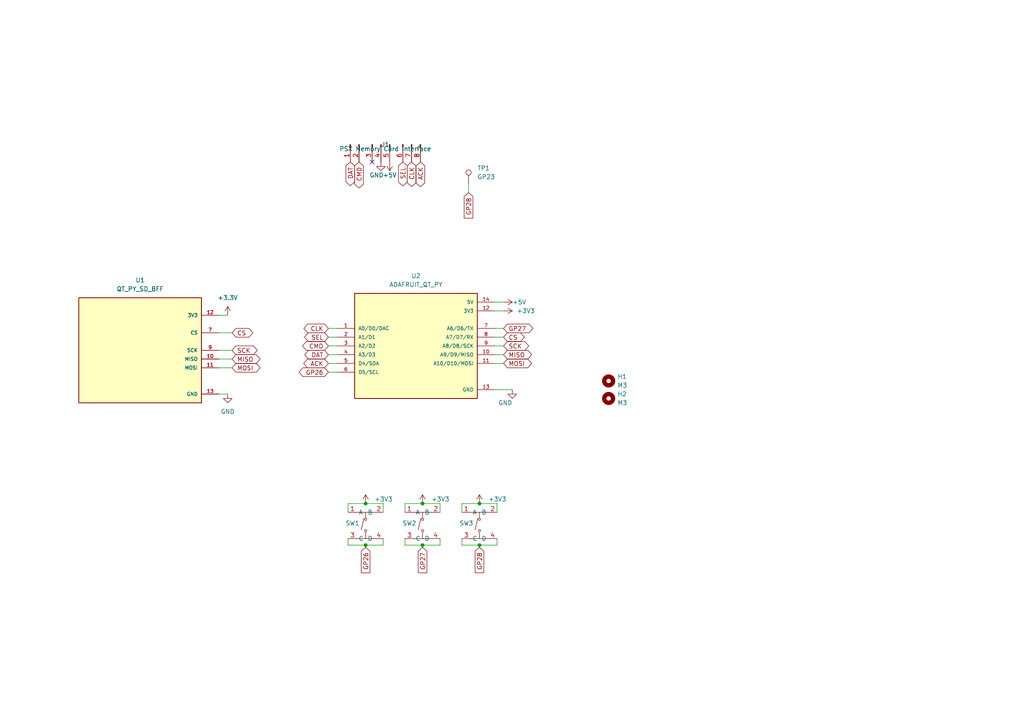
<source format=kicad_sch>
(kicad_sch (version 20230121) (generator eeschema)
  (paper "A4")
  (title_block (title "Adafruit QT Py RP2040 PicoMemcard") (date "2023-08-27") (rev "1.0") (company "All Around Electronics, LLC.") (comment 1 "Changed RP2040-Zero to Adafruit QT Py RP 2040") (comment 2 "Changed MicroSD SPI to the Adafruit QT Py BFF MicroSD Backpack"))
  (lib_symbols
    (symbol "+3.3V_1" (power) (pin_names (offset 0))
      (property "Value" "+3.3V_1" (at 0 3.556 0))
      (symbol "+3.3V_1_0_1"
        (polyline (pts (xy -0.762 1.27) (xy 0 2.54)))
        (polyline (pts (xy 0 0) (xy 0 2.54)))
        (polyline (pts (xy 0 2.54) (xy 0.762 1.27)))
      )
      (symbol "+3.3V_1_1_1"
        (pin power_in line (at 0 0 90) (length 0) hide (name "+3.3V") (number "1"))
      )
    )
    (symbol "ADAFRUIT_QT_PY:ADAFRUIT_QT_PY" (pin_names (offset 1.016))
      (property "Reference" "U" (at -17.78 16.002 0))
      (property "Value" "ADAFRUIT_QT_PY" (at -17.78 -17.78 0))
      (symbol "ADAFRUIT_QT_PY_0_0"
        (rectangle (start -17.78 15.24) (end 17.78 -15.24) (stroke (width 0.254)) (fill (type background)))
        (pin bidirectional line (at -22.86 5.08 0) (length 5.08) (name "A0/D0/DAC") (number "1"))
        (pin bidirectional line (at 22.86 -2.54 180) (length 5.08) (name "A9/D9/MISO") (number "10"))
        (pin bidirectional line (at 22.86 -5.08 180) (length 5.08) (name "A10/D10/MOSI") (number "11"))
        (pin power_in line (at 22.86 10.16 180) (length 5.08) (name "3V3") (number "12"))
        (pin power_in line (at 22.86 -12.7 180) (length 5.08) (name "GND") (number "13"))
        (pin power_in line (at 22.86 12.7 180) (length 5.08) (name "5V") (number "14"))
        (pin bidirectional line (at -22.86 2.54 0) (length 5.08) (name "A1/D1") (number "2"))
        (pin bidirectional line (at -22.86 0 0) (length 5.08) (name "A2/D2") (number "3"))
        (pin bidirectional line (at -22.86 -2.54 0) (length 5.08) (name "A3/D3") (number "4"))
        (pin bidirectional line (at -22.86 -5.08 0) (length 5.08) (name "D4/SDA") (number "5"))
        (pin bidirectional line (at -22.86 -7.62 0) (length 5.08) (name "D5/SCL") (number "6"))
        (pin bidirectional line (at 22.86 5.08 180) (length 5.08) (name "A6/D6/TX") (number "7"))
        (pin bidirectional line (at 22.86 2.54 180) (length 5.08) (name "A7/D7/RX") (number "8"))
        (pin bidirectional line (at 22.86 0 180) (length 5.08) (name "A8/D8/SCK") (number "9"))
      )
    )
    (symbol "ADAFRUIT_QT_PY_BFF:QT_PY_SD_BFF" (pin_names (offset 1.016))
      (property "Reference" "U" (at -17.78 16.002 0))
      (property "Value" "QT_PY_SD_BFF" (at -17.78 -17.78 0))
      (symbol "QT_PY_SD_BFF_0_0"
        (rectangle (start -17.78 15.24) (end 17.78 -15.24) (stroke (width 0.254)) (fill (type background)))
        (pin power_in line (at 22.86 10.16 180) (length 5.08) (name "3V3") (number "12"))
        (pin power_in line (at 22.86 -12.7 180) (length 5.08) (name "GND") (number "13"))
      )
      (symbol "QT_PY_SD_BFF_1_0"
        (pin bidirectional line (at 22.86 -2.54 180) (length 5.08) (name "MISO") (number "10"))
        (pin bidirectional line (at 22.86 -5.08 180) (length 5.08) (name "MOSI") (number "11"))
        (pin bidirectional line (at 22.86 5.08 180) (length 5.08) (name "CS") (number "7"))
        (pin bidirectional line (at 22.86 0 180) (length 5.08) (name "SCK") (number "9"))
      )
    )
    (symbol "Connector:Conn_01x08_Male" (pin_names (offset 1.016) hide)
      (property "Reference" "J1" (at 0 1.27 90))
      (property "Value" "PSX Memory Card Interface" (at 1.27 1.27 90))
      (symbol "Conn_01x08_Male_1_1"
        (polyline (pts (xy 1.27 -8.89) (xy 0.8636 -8.89)) (stroke (width 0.1524)))
        (polyline (pts (xy 1.27 -6.35) (xy 0.8636 -6.35)) (stroke (width 0.1524)))
        (polyline (pts (xy 1.27 -2.54) (xy 0.8636 -2.54)) (stroke (width 0.1524)))
        (polyline (pts (xy 1.27 0) (xy 0.8636 0)) (stroke (width 0.1524)))
        (polyline (pts (xy 1.27 2.54) (xy 0.8636 2.54)) (stroke (width 0.1524)))
        (polyline (pts (xy 1.27 6.35) (xy 0.8636 6.35)) (stroke (width 0.1524)))
        (polyline (pts (xy 1.27 8.89) (xy 0.8636 8.89)) (stroke (width 0.1524)))
        (polyline (pts (xy 1.27 11.43) (xy 0.8636 11.43)) (stroke (width 0.1524)))
        (rectangle (start 0.8636 -8.763) (end 0 -9.017) (stroke (width 0.1524)) (fill (type outline)))
        (rectangle (start 0.8636 -6.223) (end 0 -6.477) (stroke (width 0.1524)) (fill (type outline)))
        (rectangle (start 0.8636 -2.413) (end 0 -2.667) (stroke (width 0.1524)) (fill (type outline)))
        (rectangle (start 0.8636 0.127) (end 0 -0.127) (stroke (width 0.1524)) (fill (type outline)))
        (rectangle (start 0.8636 2.667) (end 0 2.413) (stroke (width 0.1524)) (fill (type outline)))
        (rectangle (start 0.8636 6.477) (end 0 6.223) (stroke (width 0.1524)) (fill (type outline)))
        (rectangle (start 0.8636 9.017) (end 0 8.763) (stroke (width 0.1524)) (fill (type outline)))
        (rectangle (start 0.8636 11.557) (end 0 11.303) (stroke (width 0.1524)) (fill (type outline)))
        (pin tri_state line (at 5.08 -8.89 180) (length 3.81) (name "DAT") (number "1"))
        (pin output line (at 5.08 -6.35 180) (length 3.81) (name "CMD") (number "2"))
        (pin power_out line (at 5.08 -2.54 180) (length 3.81) (name "7.5V") (number "3"))
        (pin passive line (at 5.08 0 180) (length 3.81) (name "GND") (number "4"))
        (pin power_out line (at 5.08 2.54 180) (length 3.81) (name "5V") (number "5"))
        (pin output line (at 5.08 6.35 180) (length 3.81) (name "SEL") (number "6"))
        (pin output line (at 5.08 8.89 180) (length 3.81) (name "CLK") (number "7"))
        (pin output line (at 5.08 11.43 180) (length 3.81) (name "ACK") (number "8"))
      )
    )
    (symbol "Connector:TestPoint" (pin_numbers hide) (pin_names (offset 0.762) hide)
      (property "Reference" "TP" (at 0 6.858 0))
      (property "Value" "TestPoint" (at 0 5.08 0))
      (symbol "TestPoint_0_1"
        (circle (center 0 3.302) (radius 0.762))
      )
      (symbol "TestPoint_1_1"
        (pin passive line (at 0 0 90) (length 2.54) (name "1") (number "1"))
      )
    )
    (symbol "GND_1" (power) (pin_names (offset 0))
      (property "Value" "GND_1" (at 0 -3.81 0))
      (symbol "GND_1_0_1"
        (polyline (pts (xy 0 0) (xy 0 -1.27) (xy 1.27 -1.27) (xy 0 -2.54) (xy -1.27 -1.27) (xy 0 -1.27)))
      )
      (symbol "GND_1_1_1"
        (pin power_in line (at 0 0 270) (length 0) hide (name "GND") (number "1"))
      )
    )
    (symbol "Mechanical:MountingHole" (pin_names (offset 1.016))
      (property "Reference" "H" (at 0 5.08 0))
      (property "Value" "MountingHole" (at 0 3.175 0))
      (symbol "MountingHole_0_1"
        (circle (center 0 0) (radius 1.27) (stroke (width 1.27)))
      )
    )
    (symbol "easyeda2kicad:TS-1187A-B-A-B"
      (property "Reference" "SW?" (at 0 7.62 0))
      (property "Value" "TS-1187A-B-A-B" (at 0 -10.16 0))
      (symbol "TS-1187A-B-A-B_0_1"
        (circle (center 0 -2.79) (radius 0.32))
        (polyline (pts (xy -2.54 -5.08) (xy 2.54 -5.08)))
        (polyline (pts (xy -2.54 2.54) (xy 2.54 2.54)))
        (polyline (pts (xy -0.51 0.76) (xy -1.27 -2.54)))
        (polyline (pts (xy 0 -3.3) (xy 0 -5.08)))
        (polyline (pts (xy 0 0.76) (xy 0 2.54)))
        (circle (center 0 0.51) (radius 0.32))
        (pin passive line (at -5.08 2.54 0) (length 2.54) (name "A") (number "1"))
        (pin passive line (at 5.08 2.54 180) (length 2.54) (name "B") (number "2"))
        (pin passive line (at -5.08 -5.08 0) (length 2.54) (name "C") (number "3"))
        (pin passive line (at 5.08 -5.08 180) (length 2.54) (name "D") (number "4"))
      )
    )
    (symbol "power:+3.3V" (power) (pin_names (offset 0))
      (property "Value" "+3.3V" (at 0 3.556 0))
      (symbol "+3.3V_0_1"
        (polyline (pts (xy -0.762 1.27) (xy 0 2.54)))
        (polyline (pts (xy 0 0) (xy 0 2.54)))
        (polyline (pts (xy 0 2.54) (xy 0.762 1.27)))
      )
      (symbol "+3.3V_1_1"
        (pin power_in line (at 0 0 90) (length 0) hide (name "+3V3") (number "1"))
      )
    )
    (symbol "power:+5V" (power) (pin_names (offset 0))
      (property "Value" "+5V" (at 0 3.556 0))
      (symbol "+5V_0_1"
        (polyline (pts (xy -0.762 1.27) (xy 0 2.54)))
        (polyline (pts (xy 0 0) (xy 0 2.54)))
        (polyline (pts (xy 0 2.54) (xy 0.762 1.27)))
      )
      (symbol "+5V_1_1"
        (pin power_in line (at 0 0 90) (length 0) hide (name "+5V") (number "1"))
      )
    )
    (symbol "power:GND" (power) (pin_names (offset 0))
      (property "Value" "GND" (at 0 -3.81 0))
      (symbol "GND_0_1"
        (polyline (pts (xy 0 0) (xy 0 -1.27) (xy 1.27 -1.27) (xy 0 -2.54) (xy -1.27 -1.27) (xy 0 -1.27)))
      )
      (symbol "GND_1_1"
        (pin power_in line (at 0 0 270) (length 0) hide (name "GND") (number "1"))
      )
    )
  )
  (junction (at 106.045 146.05))
  (junction (at 139.065 146.05))
  (junction (at 122.555 158.115))
  (junction (at 122.555 146.05))
  (junction (at 139.065 158.115))
  (junction (at 106.045 158.115))
  (no_connect (at 107.95 46.99))
  (wire (pts (xy 143.51 90.17) (xy 146.05 90.17)))
  (wire (pts (xy 95.25 105.41) (xy 97.79 105.41)))
  (wire (pts (xy 144.145 158.115) (xy 144.145 156.21)))
  (wire (pts (xy 122.555 158.115) (xy 122.555 158.75)))
  (wire (pts (xy 63.5 101.6) (xy 67.31 101.6)))
  (wire (pts (xy 95.25 95.25) (xy 97.79 95.25)))
  (wire (pts (xy 139.065 158.115) (xy 144.145 158.115)))
  (wire (pts (xy 117.475 146.05) (xy 122.555 146.05)))
  (wire (pts (xy 106.045 146.05) (xy 111.125 146.05)))
  (wire (pts (xy 143.51 95.25) (xy 146.05 95.25)))
  (wire (pts (xy 95.25 100.33) (xy 97.79 100.33)))
  (wire (pts (xy 106.045 158.115) (xy 106.045 158.75)))
  (wire (pts (xy 122.555 158.115) (xy 127.635 158.115)))
  (wire (pts (xy 144.145 146.05) (xy 144.145 148.59)))
  (wire (pts (xy 95.25 102.87) (xy 97.79 102.87)))
  (wire (pts (xy 143.51 97.79) (xy 146.05 97.79)))
  (wire (pts (xy 63.5 96.52) (xy 67.31 96.52)))
  (wire (pts (xy 63.5 106.68) (xy 67.31 106.68)))
  (wire (pts (xy 133.985 146.05) (xy 139.065 146.05)))
  (wire (pts (xy 122.555 146.05) (xy 127.635 146.05)))
  (wire (pts (xy 100.965 158.115) (xy 106.045 158.115)))
  (wire (pts (xy 95.25 97.79) (xy 97.79 97.79)))
  (wire (pts (xy 135.89 53.34) (xy 135.89 55.88)))
  (wire (pts (xy 63.5 104.14) (xy 67.31 104.14)))
  (wire (pts (xy 63.5 91.44) (xy 66.04 91.44)))
  (wire (pts (xy 111.125 158.115) (xy 111.125 156.21)))
  (wire (pts (xy 143.51 87.63) (xy 146.05 87.63)))
  (wire (pts (xy 117.475 148.59) (xy 117.475 146.05)))
  (wire (pts (xy 63.5 114.3) (xy 66.04 114.3)))
  (wire (pts (xy 111.125 146.05) (xy 111.125 148.59)))
  (wire (pts (xy 143.51 100.33) (xy 146.05 100.33)))
  (wire (pts (xy 139.065 146.05) (xy 144.145 146.05)))
  (wire (pts (xy 127.635 146.05) (xy 127.635 148.59)))
  (wire (pts (xy 143.51 102.87) (xy 146.05 102.87)))
  (wire (pts (xy 95.25 107.95) (xy 97.79 107.95)))
  (wire (pts (xy 100.965 156.21) (xy 100.965 158.115)))
  (wire (pts (xy 106.045 158.115) (xy 111.125 158.115)))
  (wire (pts (xy 133.985 158.115) (xy 139.065 158.115)))
  (wire (pts (xy 127.635 158.115) (xy 127.635 156.21)))
  (wire (pts (xy 139.065 158.115) (xy 139.065 158.75)))
  (wire (pts (xy 143.51 113.03) (xy 148.59 113.03)))
  (wire (pts (xy 143.51 105.41) (xy 146.05 105.41)))
  (wire (pts (xy 100.965 148.59) (xy 100.965 146.05)))
  (wire (pts (xy 133.985 156.21) (xy 133.985 158.115)))
  (wire (pts (xy 100.965 146.05) (xy 106.045 146.05)))
  (wire (pts (xy 133.985 148.59) (xy 133.985 146.05)))
  (wire (pts (xy 117.475 158.115) (xy 122.555 158.115)))
  (wire (pts (xy 117.475 156.21) (xy 117.475 158.115)))
  (global_label "MISO" (shape bidirectional) (at 67.31 104.14 0) (property "Intersheetrefs" "${INTERSHEET_REFS}" (effects hide)))
  (global_label "DAT" (shape bidirectional) (at 95.25 102.87 180) (property "Intersheetrefs" "${INTERSHEET_REFS}" (effects hide)))
  (global_label "MISO" (shape bidirectional) (at 146.05 102.87 0) (property "Intersheetrefs" "${INTERSHEET_REFS}" (effects hide)))
  (global_label "CS" (shape bidirectional) (at 67.31 96.52 0) (property "Intersheetrefs" "${INTERSHEET_REFS}" (effects hide)))
  (global_label "GP26" (shape bidirectional) (at 95.25 107.95 180) (property "Intersheetrefs" "${INTERSHEET_REFS}" (effects hide)))
  (global_label "GP27" (shape input) (at 122.555 158.75 270) (property "Intersheetrefs" "${INTERSHEET_REFS}" (effects hide)))
  (global_label "CLK" (shape bidirectional) (at 119.38 46.99 270) (property "Intersheetrefs" "${INTERSHEET_REFS}" (effects hide)))
  (global_label "CMD" (shape bidirectional) (at 104.14 46.99 270) (property "Intersheetrefs" "${INTERSHEET_REFS}" (effects hide)))
  (global_label "ACK" (shape bidirectional) (at 121.92 46.99 270) (property "Intersheetrefs" "${INTERSHEET_REFS}" (effects hide)))
  (global_label "CMD" (shape bidirectional) (at 95.25 100.33 180) (property "Intersheetrefs" "${INTERSHEET_REFS}" (effects hide)))
  (global_label "SCK" (shape bidirectional) (at 67.31 101.6 0) (property "Intersheetrefs" "${INTERSHEET_REFS}" (effects hide)))
  (global_label "GP26" (shape input) (at 106.045 158.75 270) (property "Intersheetrefs" "${INTERSHEET_REFS}" (effects hide)))
  (global_label "GP28" (shape input) (at 135.89 55.88 270) (property "Intersheetrefs" "${INTERSHEET_REFS}" (effects hide)))
  (global_label "MOSI" (shape bidirectional) (at 67.31 106.68 0) (property "Intersheetrefs" "${INTERSHEET_REFS}" (effects hide)))
  (global_label "DAT" (shape bidirectional) (at 101.6 46.99 270) (property "Intersheetrefs" "${INTERSHEET_REFS}" (effects hide)))
  (global_label "ACK" (shape bidirectional) (at 95.25 105.41 180) (property "Intersheetrefs" "${INTERSHEET_REFS}" (effects hide)))
  (global_label "MOSI" (shape bidirectional) (at 146.05 105.41 0) (property "Intersheetrefs" "${INTERSHEET_REFS}" (effects hide)))
  (global_label "SEL" (shape bidirectional) (at 116.84 46.99 270) (property "Intersheetrefs" "${INTERSHEET_REFS}" (effects hide)))
  (global_label "GP27" (shape bidirectional) (at 146.05 95.25 0) (property "Intersheetrefs" "${INTERSHEET_REFS}" (effects hide)))
  (global_label "SEL" (shape bidirectional) (at 95.25 97.79 180) (property "Intersheetrefs" "${INTERSHEET_REFS}" (effects hide)))
  (global_label "GP28" (shape input) (at 139.065 158.75 270) (property "Intersheetrefs" "${INTERSHEET_REFS}" (effects hide)))
  (global_label "SCK" (shape bidirectional) (at 146.05 100.33 0) (property "Intersheetrefs" "${INTERSHEET_REFS}" (effects hide)))
  (global_label "CLK" (shape bidirectional) (at 95.25 95.25 180) (property "Intersheetrefs" "${INTERSHEET_REFS}" (effects hide)))
  (global_label "CS" (shape bidirectional) (at 146.05 97.79 0) (property "Intersheetrefs" "${INTERSHEET_REFS}" (effects hide)))
  (symbol (lib_id "easyeda2kicad:TS-1187A-B-A-B") (at 122.555 151.13 0) (unit 1)
    (property "Reference" "SW2" (at 118.745 151.765 0))
    (property "Value" "TS-1187A-B-A-B" (effects hide))
    (property "Footprint" "easyeda2kicad:SW-SMD_4P-L5.1-W5.1-P3.70-LS6.5-TL-2" (effects hide))
    (property "Datasheet" "https://lcsc.com/product-detail/Tactile-Switches_XKB-Enterprise-TS-1187-B-A-A_C318884.html" (effects hide))
    (property "Manufacturer" "XKB Enterprise" (effects hide))
    (property "LCSC Part" "C318884" (effects hide))
    (property "JLC Part" "Basic Part" (effects hide))
  )
  (symbol (lib_id "Mechanical:MountingHole") (at 176.53 115.57 0) (unit 1)
    (property "Reference" "H2" (at 179.07 114.2999 0) (effects (justify left)))
    (property "Value" "M3" (at 179.07 116.8399 0) (effects (justify left)))
    (property "Footprint" "MountingHole:MountingHole_3.2mm_M3" (effects hide))
  )
  (symbol (lib_id "power:GND") (at 110.49 46.99 0) (unit 1)
    (property "Reference" "#PWR0102" (effects hide))
    (property "Value" "GND" (at 109.22 50.8 0))
  )
  (symbol (lib_id "power:+5V") (at 113.03 46.99 180) (unit 1)
    (property "Reference" "#PWR0104" (effects hide))
    (property "Value" "+5V" (at 113.03 50.8 0))
  )
  (symbol (lib_id "Connector:TestPoint") (at 135.89 53.34 0) (unit 1)
    (property "Reference" "TP1" (at 138.43 48.768 0) (effects (justify left)))
    (property "Value" "GP23" (at 138.43 51.308 0) (effects (justify left)))
    (property "Footprint" "TestPoint:TestPoint_Pad_D2.0mm" (effects hide))
  )
  (symbol (lib_id "ADAFRUIT_QT_PY:ADAFRUIT_QT_PY") (at 120.65 100.33 0) (unit 1)
    (property "Reference" "U2" (at 120.65 80.01 0))
    (property "Value" "ADAFRUIT_QT_PY" (at 120.65 82.55 0))
    (property "Footprint" "QTPY:MODULE_ADAFRUIT_QT_PY" (effects hide))
    (property "PARTREV" "2022-12-12" (effects hide))
    (property "SNAPEDA_PN" "Adafruit QT Py" (effects hide))
    (property "MANUFACTURER" "Adafruit Industries" (effects hide))
    (property "MAXIMUM_PACKAGE_HEIGHT" "6.28 mm" (effects hide))
    (property "STANDARD" "IPC-7351B" (effects hide))
  )
  (symbol (lib_id "power:+5V") (at 146.05 87.63 270) (unit 1)
    (property "Reference" "#PWR0103" (effects hide))
    (property "Value" "+5V" (at 148.59 87.63 90) (effects (justify left)))
  )
  (symbol (lib_id "power:+3.3V") (at 122.555 146.05 0) (unit 1)
    (property "Reference" "#PWR03" (effects hide))
    (property "Value" "+3.3V" (at 125.095 144.7799 0) (effects (justify left)))
  )
  (symbol (lib_id "ADAFRUIT_QT_PY_BFF:QT_PY_SD_BFF") (at 40.64 101.6 0) (unit 1)
    (property "Reference" "U1" (at 40.64 81.28 0))
    (property "Value" "QT_PY_SD_BFF" (at 40.64 83.82 0))
    (property "Footprint" "KiCad Folder:MODULE_ADAFRUIT_QT_PY_BFF" (effects hide))
    (property "PARTREV" "2022-12-12" (effects hide))
    (property "SNAPEDA_PN" "Adafruit QT Py" (effects hide))
    (property "MANUFACTURER" "Adafruit Industries" (effects hide))
    (property "MAXIMUM_PACKAGE_HEIGHT" "6.28 mm" (effects hide))
    (property "STANDARD" "IPC-7351B" (effects hide))
  )
  (symbol (lib_id "Connector:Conn_01x08_Male") (at 110.49 41.91 270) (unit 1)
    (property "Reference" "J1" (at 111.76 41.91 90))
    (property "Value" "PSX Memory Card Interface" (at 111.76 43.18 90))
    (property "Footprint" "254:MemoryCardConnector" (effects hide))
  )
  (symbol (lib_id "power:+3.3V") (at 106.045 146.05 0) (unit 1)
    (property "Reference" "#PWR02" (effects hide))
    (property "Value" "+3.3V" (at 108.585 144.7799 0) (effects (justify left)))
  )
  (symbol (lib_id "easyeda2kicad:TS-1187A-B-A-B") (at 139.065 151.13 0) (unit 1)
    (property "Reference" "SW3" (at 135.255 151.765 0))
    (property "Value" "TS-1187A-B-A-B" (effects hide))
    (property "Footprint" "easyeda2kicad:SW-SMD_4P-L5.1-W5.1-P3.70-LS6.5-TL-2" (effects hide))
    (property "Datasheet" "https://lcsc.com/product-detail/Tactile-Switches_XKB-Enterprise-TS-1187-B-A-A_C318884.html" (effects hide))
    (property "Manufacturer" "XKB Enterprise" (effects hide))
    (property "LCSC Part" "C318884" (effects hide))
    (property "JLC Part" "Basic Part" (effects hide))
  )
  (symbol (lib_id "Mechanical:MountingHole") (at 176.53 110.49 0) (unit 1)
    (property "Reference" "H1" (at 179.07 109.2199 0) (effects (justify left)))
    (property "Value" "M3" (at 179.07 111.7599 0) (effects (justify left)))
    (property "Footprint" "MountingHole:MountingHole_3.2mm_M3" (effects hide))
  )
  (symbol (lib_name "GND_1") (lib_id "power:GND") (at 66.04 114.3 0) (unit 1)
    (property "Reference" "#PWR01" (effects hide))
    (property "Value" "GND" (at 66.04 119.38 0))
  )
  (symbol (lib_name "+3.3V_1") (lib_id "power:+3.3V") (at 66.04 91.44 0) (unit 1)
    (property "Reference" "#PWR05" (effects hide))
    (property "Value" "+3.3V" (at 66.04 86.36 0))
  )
  (symbol (lib_id "easyeda2kicad:TS-1187A-B-A-B") (at 106.045 151.13 0) (unit 1)
    (property "Reference" "SW1" (at 102.235 151.765 0))
    (property "Value" "TS-1187A-B-A-B" (effects hide))
    (property "Footprint" "easyeda2kicad:SW-SMD_4P-L5.1-W5.1-P3.70-LS6.5-TL-2" (effects hide))
    (property "Datasheet" "https://lcsc.com/product-detail/Tactile-Switches_XKB-Enterprise-TS-1187-B-A-A_C318884.html" (effects hide))
    (property "Manufacturer" "XKB Enterprise" (effects hide))
    (property "LCSC Part" "C318884" (effects hide))
    (property "JLC Part" "Basic Part" (effects hide))
  )
  (symbol (lib_id "power:+3.3V") (at 146.05 90.17 270) (unit 1)
    (property "Reference" "#PWR0106" (effects hide))
    (property "Value" "+3.3V" (at 149.86 90.1699 90) (effects (justify left)))
  )
  (symbol (lib_id "power:GND") (at 148.59 113.03 0) (unit 1)
    (property "Reference" "#PWR0101" (effects hide))
    (property "Value" "GND" (at 148.59 116.84 0) (effects (justify right)))
  )
  (symbol (lib_id "power:+3.3V") (at 139.065 146.05 0) (unit 1)
    (property "Reference" "#PWR04" (effects hide))
    (property "Value" "+3.3V" (at 141.605 144.7799 0) (effects (justify left)))
  )
)
</source>
